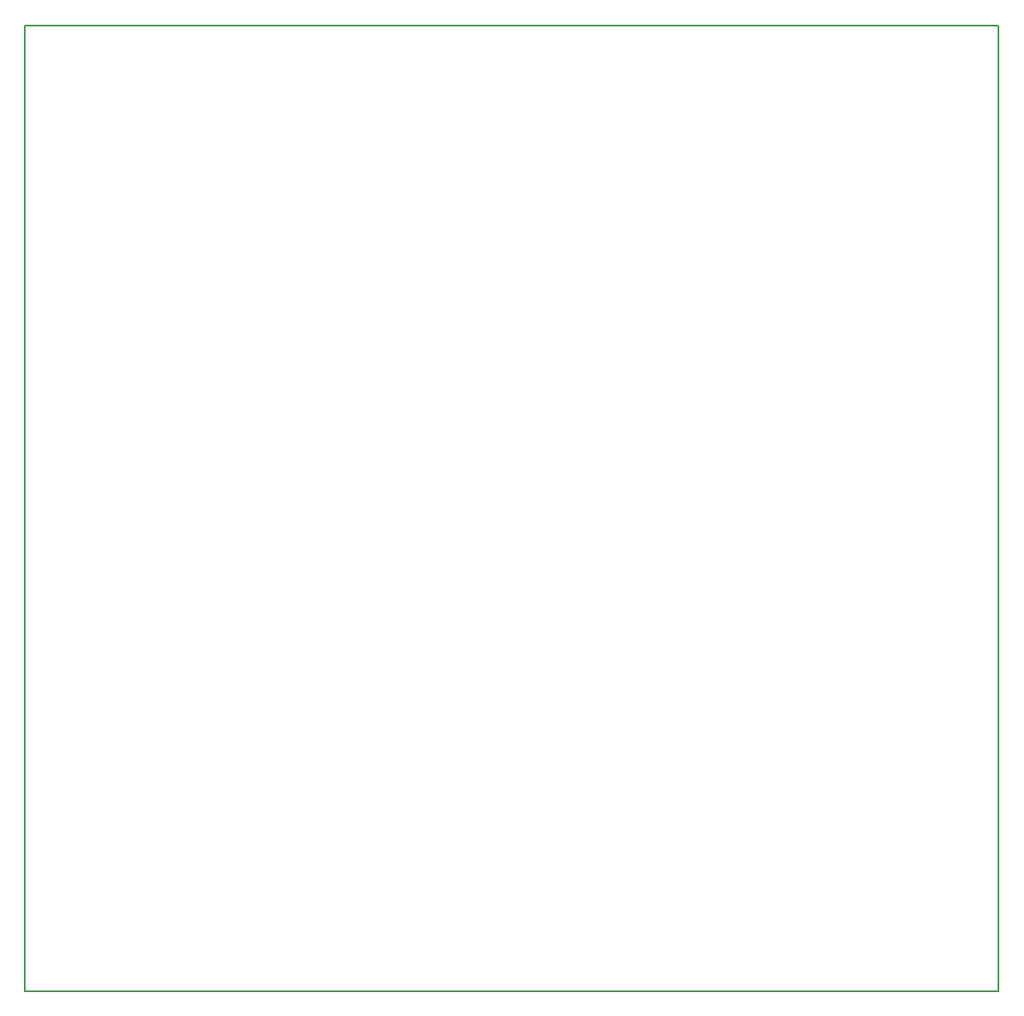
<source format=gbr>
G04 #@! TF.GenerationSoftware,KiCad,Pcbnew,(5.0.0)*
G04 #@! TF.CreationDate,2018-08-06T10:04:36+01:00*
G04 #@! TF.ProjectId,Sonoff_4ch_switch,536F6E6F66665F3463685F7377697463,rev?*
G04 #@! TF.SameCoordinates,Original*
G04 #@! TF.FileFunction,Profile,NP*
%FSLAX46Y46*%
G04 Gerber Fmt 4.6, Leading zero omitted, Abs format (unit mm)*
G04 Created by KiCad (PCBNEW (5.0.0)) date 08/06/18 10:04:36*
%MOMM*%
%LPD*%
G01*
G04 APERTURE LIST*
%ADD10C,0.150000*%
%ADD11C,0.200000*%
G04 APERTURE END LIST*
D10*
X81026000Y-131572000D02*
X180848000Y-131572000D01*
D11*
X180848000Y-32512000D02*
X180848000Y-131572000D01*
D10*
X81026000Y-32512000D02*
X81026000Y-131572000D01*
X81026000Y-32512000D02*
X180848000Y-32512000D01*
M02*

</source>
